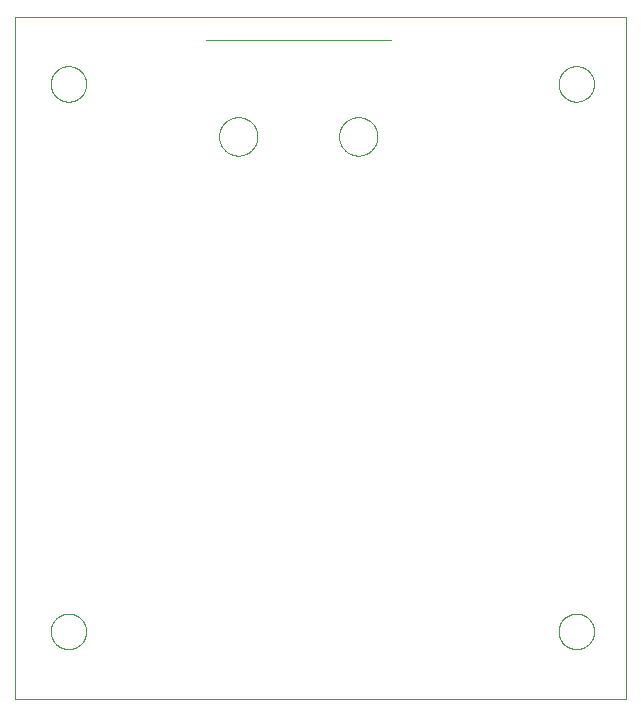
<source format=gtp>
G75*
%MOIN*%
%OFA0B0*%
%FSLAX25Y25*%
%IPPOS*%
%LPD*%
%AMOC8*
5,1,8,0,0,1.08239X$1,22.5*
%
%ADD10C,0.00000*%
%ADD11C,0.00039*%
D10*
X0001800Y0001800D02*
X0001800Y0229261D01*
X0205501Y0229261D01*
X0205501Y0001800D01*
X0001800Y0001800D01*
X0013611Y0024300D02*
X0013613Y0024453D01*
X0013619Y0024607D01*
X0013629Y0024760D01*
X0013643Y0024912D01*
X0013661Y0025065D01*
X0013683Y0025216D01*
X0013708Y0025367D01*
X0013738Y0025518D01*
X0013772Y0025668D01*
X0013809Y0025816D01*
X0013850Y0025964D01*
X0013895Y0026110D01*
X0013944Y0026256D01*
X0013997Y0026400D01*
X0014053Y0026542D01*
X0014113Y0026683D01*
X0014177Y0026823D01*
X0014244Y0026961D01*
X0014315Y0027097D01*
X0014390Y0027231D01*
X0014467Y0027363D01*
X0014549Y0027493D01*
X0014633Y0027621D01*
X0014721Y0027747D01*
X0014812Y0027870D01*
X0014906Y0027991D01*
X0015004Y0028109D01*
X0015104Y0028225D01*
X0015208Y0028338D01*
X0015314Y0028449D01*
X0015423Y0028557D01*
X0015535Y0028662D01*
X0015649Y0028763D01*
X0015767Y0028862D01*
X0015886Y0028958D01*
X0016008Y0029051D01*
X0016133Y0029140D01*
X0016260Y0029227D01*
X0016389Y0029309D01*
X0016520Y0029389D01*
X0016653Y0029465D01*
X0016788Y0029538D01*
X0016925Y0029607D01*
X0017064Y0029672D01*
X0017204Y0029734D01*
X0017346Y0029792D01*
X0017489Y0029847D01*
X0017634Y0029898D01*
X0017780Y0029945D01*
X0017927Y0029988D01*
X0018075Y0030027D01*
X0018224Y0030063D01*
X0018374Y0030094D01*
X0018525Y0030122D01*
X0018676Y0030146D01*
X0018829Y0030166D01*
X0018981Y0030182D01*
X0019134Y0030194D01*
X0019287Y0030202D01*
X0019440Y0030206D01*
X0019594Y0030206D01*
X0019747Y0030202D01*
X0019900Y0030194D01*
X0020053Y0030182D01*
X0020205Y0030166D01*
X0020358Y0030146D01*
X0020509Y0030122D01*
X0020660Y0030094D01*
X0020810Y0030063D01*
X0020959Y0030027D01*
X0021107Y0029988D01*
X0021254Y0029945D01*
X0021400Y0029898D01*
X0021545Y0029847D01*
X0021688Y0029792D01*
X0021830Y0029734D01*
X0021970Y0029672D01*
X0022109Y0029607D01*
X0022246Y0029538D01*
X0022381Y0029465D01*
X0022514Y0029389D01*
X0022645Y0029309D01*
X0022774Y0029227D01*
X0022901Y0029140D01*
X0023026Y0029051D01*
X0023148Y0028958D01*
X0023267Y0028862D01*
X0023385Y0028763D01*
X0023499Y0028662D01*
X0023611Y0028557D01*
X0023720Y0028449D01*
X0023826Y0028338D01*
X0023930Y0028225D01*
X0024030Y0028109D01*
X0024128Y0027991D01*
X0024222Y0027870D01*
X0024313Y0027747D01*
X0024401Y0027621D01*
X0024485Y0027493D01*
X0024567Y0027363D01*
X0024644Y0027231D01*
X0024719Y0027097D01*
X0024790Y0026961D01*
X0024857Y0026823D01*
X0024921Y0026683D01*
X0024981Y0026542D01*
X0025037Y0026400D01*
X0025090Y0026256D01*
X0025139Y0026110D01*
X0025184Y0025964D01*
X0025225Y0025816D01*
X0025262Y0025668D01*
X0025296Y0025518D01*
X0025326Y0025367D01*
X0025351Y0025216D01*
X0025373Y0025065D01*
X0025391Y0024912D01*
X0025405Y0024760D01*
X0025415Y0024607D01*
X0025421Y0024453D01*
X0025423Y0024300D01*
X0025421Y0024147D01*
X0025415Y0023993D01*
X0025405Y0023840D01*
X0025391Y0023688D01*
X0025373Y0023535D01*
X0025351Y0023384D01*
X0025326Y0023233D01*
X0025296Y0023082D01*
X0025262Y0022932D01*
X0025225Y0022784D01*
X0025184Y0022636D01*
X0025139Y0022490D01*
X0025090Y0022344D01*
X0025037Y0022200D01*
X0024981Y0022058D01*
X0024921Y0021917D01*
X0024857Y0021777D01*
X0024790Y0021639D01*
X0024719Y0021503D01*
X0024644Y0021369D01*
X0024567Y0021237D01*
X0024485Y0021107D01*
X0024401Y0020979D01*
X0024313Y0020853D01*
X0024222Y0020730D01*
X0024128Y0020609D01*
X0024030Y0020491D01*
X0023930Y0020375D01*
X0023826Y0020262D01*
X0023720Y0020151D01*
X0023611Y0020043D01*
X0023499Y0019938D01*
X0023385Y0019837D01*
X0023267Y0019738D01*
X0023148Y0019642D01*
X0023026Y0019549D01*
X0022901Y0019460D01*
X0022774Y0019373D01*
X0022645Y0019291D01*
X0022514Y0019211D01*
X0022381Y0019135D01*
X0022246Y0019062D01*
X0022109Y0018993D01*
X0021970Y0018928D01*
X0021830Y0018866D01*
X0021688Y0018808D01*
X0021545Y0018753D01*
X0021400Y0018702D01*
X0021254Y0018655D01*
X0021107Y0018612D01*
X0020959Y0018573D01*
X0020810Y0018537D01*
X0020660Y0018506D01*
X0020509Y0018478D01*
X0020358Y0018454D01*
X0020205Y0018434D01*
X0020053Y0018418D01*
X0019900Y0018406D01*
X0019747Y0018398D01*
X0019594Y0018394D01*
X0019440Y0018394D01*
X0019287Y0018398D01*
X0019134Y0018406D01*
X0018981Y0018418D01*
X0018829Y0018434D01*
X0018676Y0018454D01*
X0018525Y0018478D01*
X0018374Y0018506D01*
X0018224Y0018537D01*
X0018075Y0018573D01*
X0017927Y0018612D01*
X0017780Y0018655D01*
X0017634Y0018702D01*
X0017489Y0018753D01*
X0017346Y0018808D01*
X0017204Y0018866D01*
X0017064Y0018928D01*
X0016925Y0018993D01*
X0016788Y0019062D01*
X0016653Y0019135D01*
X0016520Y0019211D01*
X0016389Y0019291D01*
X0016260Y0019373D01*
X0016133Y0019460D01*
X0016008Y0019549D01*
X0015886Y0019642D01*
X0015767Y0019738D01*
X0015649Y0019837D01*
X0015535Y0019938D01*
X0015423Y0020043D01*
X0015314Y0020151D01*
X0015208Y0020262D01*
X0015104Y0020375D01*
X0015004Y0020491D01*
X0014906Y0020609D01*
X0014812Y0020730D01*
X0014721Y0020853D01*
X0014633Y0020979D01*
X0014549Y0021107D01*
X0014467Y0021237D01*
X0014390Y0021369D01*
X0014315Y0021503D01*
X0014244Y0021639D01*
X0014177Y0021777D01*
X0014113Y0021917D01*
X0014053Y0022058D01*
X0013997Y0022200D01*
X0013944Y0022344D01*
X0013895Y0022490D01*
X0013850Y0022636D01*
X0013809Y0022784D01*
X0013772Y0022932D01*
X0013738Y0023082D01*
X0013708Y0023233D01*
X0013683Y0023384D01*
X0013661Y0023535D01*
X0013643Y0023688D01*
X0013629Y0023840D01*
X0013619Y0023993D01*
X0013613Y0024147D01*
X0013611Y0024300D01*
X0069731Y0189300D02*
X0069733Y0189460D01*
X0069739Y0189619D01*
X0069749Y0189778D01*
X0069763Y0189937D01*
X0069781Y0190096D01*
X0069802Y0190254D01*
X0069828Y0190411D01*
X0069858Y0190568D01*
X0069891Y0190724D01*
X0069929Y0190879D01*
X0069970Y0191033D01*
X0070015Y0191186D01*
X0070064Y0191338D01*
X0070117Y0191489D01*
X0070173Y0191638D01*
X0070234Y0191786D01*
X0070297Y0191932D01*
X0070365Y0192077D01*
X0070436Y0192220D01*
X0070510Y0192361D01*
X0070588Y0192500D01*
X0070670Y0192637D01*
X0070755Y0192772D01*
X0070843Y0192905D01*
X0070935Y0193036D01*
X0071029Y0193164D01*
X0071127Y0193290D01*
X0071228Y0193414D01*
X0071332Y0193535D01*
X0071439Y0193653D01*
X0071549Y0193769D01*
X0071662Y0193882D01*
X0071778Y0193992D01*
X0071896Y0194099D01*
X0072017Y0194203D01*
X0072141Y0194304D01*
X0072267Y0194402D01*
X0072395Y0194496D01*
X0072526Y0194588D01*
X0072659Y0194676D01*
X0072794Y0194761D01*
X0072931Y0194843D01*
X0073070Y0194921D01*
X0073211Y0194995D01*
X0073354Y0195066D01*
X0073499Y0195134D01*
X0073645Y0195197D01*
X0073793Y0195258D01*
X0073942Y0195314D01*
X0074093Y0195367D01*
X0074245Y0195416D01*
X0074398Y0195461D01*
X0074552Y0195502D01*
X0074707Y0195540D01*
X0074863Y0195573D01*
X0075020Y0195603D01*
X0075177Y0195629D01*
X0075335Y0195650D01*
X0075494Y0195668D01*
X0075653Y0195682D01*
X0075812Y0195692D01*
X0075971Y0195698D01*
X0076131Y0195700D01*
X0076291Y0195698D01*
X0076450Y0195692D01*
X0076609Y0195682D01*
X0076768Y0195668D01*
X0076927Y0195650D01*
X0077085Y0195629D01*
X0077242Y0195603D01*
X0077399Y0195573D01*
X0077555Y0195540D01*
X0077710Y0195502D01*
X0077864Y0195461D01*
X0078017Y0195416D01*
X0078169Y0195367D01*
X0078320Y0195314D01*
X0078469Y0195258D01*
X0078617Y0195197D01*
X0078763Y0195134D01*
X0078908Y0195066D01*
X0079051Y0194995D01*
X0079192Y0194921D01*
X0079331Y0194843D01*
X0079468Y0194761D01*
X0079603Y0194676D01*
X0079736Y0194588D01*
X0079867Y0194496D01*
X0079995Y0194402D01*
X0080121Y0194304D01*
X0080245Y0194203D01*
X0080366Y0194099D01*
X0080484Y0193992D01*
X0080600Y0193882D01*
X0080713Y0193769D01*
X0080823Y0193653D01*
X0080930Y0193535D01*
X0081034Y0193414D01*
X0081135Y0193290D01*
X0081233Y0193164D01*
X0081327Y0193036D01*
X0081419Y0192905D01*
X0081507Y0192772D01*
X0081592Y0192637D01*
X0081674Y0192500D01*
X0081752Y0192361D01*
X0081826Y0192220D01*
X0081897Y0192077D01*
X0081965Y0191932D01*
X0082028Y0191786D01*
X0082089Y0191638D01*
X0082145Y0191489D01*
X0082198Y0191338D01*
X0082247Y0191186D01*
X0082292Y0191033D01*
X0082333Y0190879D01*
X0082371Y0190724D01*
X0082404Y0190568D01*
X0082434Y0190411D01*
X0082460Y0190254D01*
X0082481Y0190096D01*
X0082499Y0189937D01*
X0082513Y0189778D01*
X0082523Y0189619D01*
X0082529Y0189460D01*
X0082531Y0189300D01*
X0082529Y0189140D01*
X0082523Y0188981D01*
X0082513Y0188822D01*
X0082499Y0188663D01*
X0082481Y0188504D01*
X0082460Y0188346D01*
X0082434Y0188189D01*
X0082404Y0188032D01*
X0082371Y0187876D01*
X0082333Y0187721D01*
X0082292Y0187567D01*
X0082247Y0187414D01*
X0082198Y0187262D01*
X0082145Y0187111D01*
X0082089Y0186962D01*
X0082028Y0186814D01*
X0081965Y0186668D01*
X0081897Y0186523D01*
X0081826Y0186380D01*
X0081752Y0186239D01*
X0081674Y0186100D01*
X0081592Y0185963D01*
X0081507Y0185828D01*
X0081419Y0185695D01*
X0081327Y0185564D01*
X0081233Y0185436D01*
X0081135Y0185310D01*
X0081034Y0185186D01*
X0080930Y0185065D01*
X0080823Y0184947D01*
X0080713Y0184831D01*
X0080600Y0184718D01*
X0080484Y0184608D01*
X0080366Y0184501D01*
X0080245Y0184397D01*
X0080121Y0184296D01*
X0079995Y0184198D01*
X0079867Y0184104D01*
X0079736Y0184012D01*
X0079603Y0183924D01*
X0079468Y0183839D01*
X0079331Y0183757D01*
X0079192Y0183679D01*
X0079051Y0183605D01*
X0078908Y0183534D01*
X0078763Y0183466D01*
X0078617Y0183403D01*
X0078469Y0183342D01*
X0078320Y0183286D01*
X0078169Y0183233D01*
X0078017Y0183184D01*
X0077864Y0183139D01*
X0077710Y0183098D01*
X0077555Y0183060D01*
X0077399Y0183027D01*
X0077242Y0182997D01*
X0077085Y0182971D01*
X0076927Y0182950D01*
X0076768Y0182932D01*
X0076609Y0182918D01*
X0076450Y0182908D01*
X0076291Y0182902D01*
X0076131Y0182900D01*
X0075971Y0182902D01*
X0075812Y0182908D01*
X0075653Y0182918D01*
X0075494Y0182932D01*
X0075335Y0182950D01*
X0075177Y0182971D01*
X0075020Y0182997D01*
X0074863Y0183027D01*
X0074707Y0183060D01*
X0074552Y0183098D01*
X0074398Y0183139D01*
X0074245Y0183184D01*
X0074093Y0183233D01*
X0073942Y0183286D01*
X0073793Y0183342D01*
X0073645Y0183403D01*
X0073499Y0183466D01*
X0073354Y0183534D01*
X0073211Y0183605D01*
X0073070Y0183679D01*
X0072931Y0183757D01*
X0072794Y0183839D01*
X0072659Y0183924D01*
X0072526Y0184012D01*
X0072395Y0184104D01*
X0072267Y0184198D01*
X0072141Y0184296D01*
X0072017Y0184397D01*
X0071896Y0184501D01*
X0071778Y0184608D01*
X0071662Y0184718D01*
X0071549Y0184831D01*
X0071439Y0184947D01*
X0071332Y0185065D01*
X0071228Y0185186D01*
X0071127Y0185310D01*
X0071029Y0185436D01*
X0070935Y0185564D01*
X0070843Y0185695D01*
X0070755Y0185828D01*
X0070670Y0185963D01*
X0070588Y0186100D01*
X0070510Y0186239D01*
X0070436Y0186380D01*
X0070365Y0186523D01*
X0070297Y0186668D01*
X0070234Y0186814D01*
X0070173Y0186962D01*
X0070117Y0187111D01*
X0070064Y0187262D01*
X0070015Y0187414D01*
X0069970Y0187567D01*
X0069929Y0187721D01*
X0069891Y0187876D01*
X0069858Y0188032D01*
X0069828Y0188189D01*
X0069802Y0188346D01*
X0069781Y0188504D01*
X0069763Y0188663D01*
X0069749Y0188822D01*
X0069739Y0188981D01*
X0069733Y0189140D01*
X0069731Y0189300D01*
X0109731Y0189300D02*
X0109733Y0189460D01*
X0109739Y0189619D01*
X0109749Y0189778D01*
X0109763Y0189937D01*
X0109781Y0190096D01*
X0109802Y0190254D01*
X0109828Y0190411D01*
X0109858Y0190568D01*
X0109891Y0190724D01*
X0109929Y0190879D01*
X0109970Y0191033D01*
X0110015Y0191186D01*
X0110064Y0191338D01*
X0110117Y0191489D01*
X0110173Y0191638D01*
X0110234Y0191786D01*
X0110297Y0191932D01*
X0110365Y0192077D01*
X0110436Y0192220D01*
X0110510Y0192361D01*
X0110588Y0192500D01*
X0110670Y0192637D01*
X0110755Y0192772D01*
X0110843Y0192905D01*
X0110935Y0193036D01*
X0111029Y0193164D01*
X0111127Y0193290D01*
X0111228Y0193414D01*
X0111332Y0193535D01*
X0111439Y0193653D01*
X0111549Y0193769D01*
X0111662Y0193882D01*
X0111778Y0193992D01*
X0111896Y0194099D01*
X0112017Y0194203D01*
X0112141Y0194304D01*
X0112267Y0194402D01*
X0112395Y0194496D01*
X0112526Y0194588D01*
X0112659Y0194676D01*
X0112794Y0194761D01*
X0112931Y0194843D01*
X0113070Y0194921D01*
X0113211Y0194995D01*
X0113354Y0195066D01*
X0113499Y0195134D01*
X0113645Y0195197D01*
X0113793Y0195258D01*
X0113942Y0195314D01*
X0114093Y0195367D01*
X0114245Y0195416D01*
X0114398Y0195461D01*
X0114552Y0195502D01*
X0114707Y0195540D01*
X0114863Y0195573D01*
X0115020Y0195603D01*
X0115177Y0195629D01*
X0115335Y0195650D01*
X0115494Y0195668D01*
X0115653Y0195682D01*
X0115812Y0195692D01*
X0115971Y0195698D01*
X0116131Y0195700D01*
X0116291Y0195698D01*
X0116450Y0195692D01*
X0116609Y0195682D01*
X0116768Y0195668D01*
X0116927Y0195650D01*
X0117085Y0195629D01*
X0117242Y0195603D01*
X0117399Y0195573D01*
X0117555Y0195540D01*
X0117710Y0195502D01*
X0117864Y0195461D01*
X0118017Y0195416D01*
X0118169Y0195367D01*
X0118320Y0195314D01*
X0118469Y0195258D01*
X0118617Y0195197D01*
X0118763Y0195134D01*
X0118908Y0195066D01*
X0119051Y0194995D01*
X0119192Y0194921D01*
X0119331Y0194843D01*
X0119468Y0194761D01*
X0119603Y0194676D01*
X0119736Y0194588D01*
X0119867Y0194496D01*
X0119995Y0194402D01*
X0120121Y0194304D01*
X0120245Y0194203D01*
X0120366Y0194099D01*
X0120484Y0193992D01*
X0120600Y0193882D01*
X0120713Y0193769D01*
X0120823Y0193653D01*
X0120930Y0193535D01*
X0121034Y0193414D01*
X0121135Y0193290D01*
X0121233Y0193164D01*
X0121327Y0193036D01*
X0121419Y0192905D01*
X0121507Y0192772D01*
X0121592Y0192637D01*
X0121674Y0192500D01*
X0121752Y0192361D01*
X0121826Y0192220D01*
X0121897Y0192077D01*
X0121965Y0191932D01*
X0122028Y0191786D01*
X0122089Y0191638D01*
X0122145Y0191489D01*
X0122198Y0191338D01*
X0122247Y0191186D01*
X0122292Y0191033D01*
X0122333Y0190879D01*
X0122371Y0190724D01*
X0122404Y0190568D01*
X0122434Y0190411D01*
X0122460Y0190254D01*
X0122481Y0190096D01*
X0122499Y0189937D01*
X0122513Y0189778D01*
X0122523Y0189619D01*
X0122529Y0189460D01*
X0122531Y0189300D01*
X0122529Y0189140D01*
X0122523Y0188981D01*
X0122513Y0188822D01*
X0122499Y0188663D01*
X0122481Y0188504D01*
X0122460Y0188346D01*
X0122434Y0188189D01*
X0122404Y0188032D01*
X0122371Y0187876D01*
X0122333Y0187721D01*
X0122292Y0187567D01*
X0122247Y0187414D01*
X0122198Y0187262D01*
X0122145Y0187111D01*
X0122089Y0186962D01*
X0122028Y0186814D01*
X0121965Y0186668D01*
X0121897Y0186523D01*
X0121826Y0186380D01*
X0121752Y0186239D01*
X0121674Y0186100D01*
X0121592Y0185963D01*
X0121507Y0185828D01*
X0121419Y0185695D01*
X0121327Y0185564D01*
X0121233Y0185436D01*
X0121135Y0185310D01*
X0121034Y0185186D01*
X0120930Y0185065D01*
X0120823Y0184947D01*
X0120713Y0184831D01*
X0120600Y0184718D01*
X0120484Y0184608D01*
X0120366Y0184501D01*
X0120245Y0184397D01*
X0120121Y0184296D01*
X0119995Y0184198D01*
X0119867Y0184104D01*
X0119736Y0184012D01*
X0119603Y0183924D01*
X0119468Y0183839D01*
X0119331Y0183757D01*
X0119192Y0183679D01*
X0119051Y0183605D01*
X0118908Y0183534D01*
X0118763Y0183466D01*
X0118617Y0183403D01*
X0118469Y0183342D01*
X0118320Y0183286D01*
X0118169Y0183233D01*
X0118017Y0183184D01*
X0117864Y0183139D01*
X0117710Y0183098D01*
X0117555Y0183060D01*
X0117399Y0183027D01*
X0117242Y0182997D01*
X0117085Y0182971D01*
X0116927Y0182950D01*
X0116768Y0182932D01*
X0116609Y0182918D01*
X0116450Y0182908D01*
X0116291Y0182902D01*
X0116131Y0182900D01*
X0115971Y0182902D01*
X0115812Y0182908D01*
X0115653Y0182918D01*
X0115494Y0182932D01*
X0115335Y0182950D01*
X0115177Y0182971D01*
X0115020Y0182997D01*
X0114863Y0183027D01*
X0114707Y0183060D01*
X0114552Y0183098D01*
X0114398Y0183139D01*
X0114245Y0183184D01*
X0114093Y0183233D01*
X0113942Y0183286D01*
X0113793Y0183342D01*
X0113645Y0183403D01*
X0113499Y0183466D01*
X0113354Y0183534D01*
X0113211Y0183605D01*
X0113070Y0183679D01*
X0112931Y0183757D01*
X0112794Y0183839D01*
X0112659Y0183924D01*
X0112526Y0184012D01*
X0112395Y0184104D01*
X0112267Y0184198D01*
X0112141Y0184296D01*
X0112017Y0184397D01*
X0111896Y0184501D01*
X0111778Y0184608D01*
X0111662Y0184718D01*
X0111549Y0184831D01*
X0111439Y0184947D01*
X0111332Y0185065D01*
X0111228Y0185186D01*
X0111127Y0185310D01*
X0111029Y0185436D01*
X0110935Y0185564D01*
X0110843Y0185695D01*
X0110755Y0185828D01*
X0110670Y0185963D01*
X0110588Y0186100D01*
X0110510Y0186239D01*
X0110436Y0186380D01*
X0110365Y0186523D01*
X0110297Y0186668D01*
X0110234Y0186814D01*
X0110173Y0186962D01*
X0110117Y0187111D01*
X0110064Y0187262D01*
X0110015Y0187414D01*
X0109970Y0187567D01*
X0109929Y0187721D01*
X0109891Y0187876D01*
X0109858Y0188032D01*
X0109828Y0188189D01*
X0109802Y0188346D01*
X0109781Y0188504D01*
X0109763Y0188663D01*
X0109749Y0188822D01*
X0109739Y0188981D01*
X0109733Y0189140D01*
X0109731Y0189300D01*
X0182902Y0206800D02*
X0182904Y0206953D01*
X0182910Y0207107D01*
X0182920Y0207260D01*
X0182934Y0207412D01*
X0182952Y0207565D01*
X0182974Y0207716D01*
X0182999Y0207867D01*
X0183029Y0208018D01*
X0183063Y0208168D01*
X0183100Y0208316D01*
X0183141Y0208464D01*
X0183186Y0208610D01*
X0183235Y0208756D01*
X0183288Y0208900D01*
X0183344Y0209042D01*
X0183404Y0209183D01*
X0183468Y0209323D01*
X0183535Y0209461D01*
X0183606Y0209597D01*
X0183681Y0209731D01*
X0183758Y0209863D01*
X0183840Y0209993D01*
X0183924Y0210121D01*
X0184012Y0210247D01*
X0184103Y0210370D01*
X0184197Y0210491D01*
X0184295Y0210609D01*
X0184395Y0210725D01*
X0184499Y0210838D01*
X0184605Y0210949D01*
X0184714Y0211057D01*
X0184826Y0211162D01*
X0184940Y0211263D01*
X0185058Y0211362D01*
X0185177Y0211458D01*
X0185299Y0211551D01*
X0185424Y0211640D01*
X0185551Y0211727D01*
X0185680Y0211809D01*
X0185811Y0211889D01*
X0185944Y0211965D01*
X0186079Y0212038D01*
X0186216Y0212107D01*
X0186355Y0212172D01*
X0186495Y0212234D01*
X0186637Y0212292D01*
X0186780Y0212347D01*
X0186925Y0212398D01*
X0187071Y0212445D01*
X0187218Y0212488D01*
X0187366Y0212527D01*
X0187515Y0212563D01*
X0187665Y0212594D01*
X0187816Y0212622D01*
X0187967Y0212646D01*
X0188120Y0212666D01*
X0188272Y0212682D01*
X0188425Y0212694D01*
X0188578Y0212702D01*
X0188731Y0212706D01*
X0188885Y0212706D01*
X0189038Y0212702D01*
X0189191Y0212694D01*
X0189344Y0212682D01*
X0189496Y0212666D01*
X0189649Y0212646D01*
X0189800Y0212622D01*
X0189951Y0212594D01*
X0190101Y0212563D01*
X0190250Y0212527D01*
X0190398Y0212488D01*
X0190545Y0212445D01*
X0190691Y0212398D01*
X0190836Y0212347D01*
X0190979Y0212292D01*
X0191121Y0212234D01*
X0191261Y0212172D01*
X0191400Y0212107D01*
X0191537Y0212038D01*
X0191672Y0211965D01*
X0191805Y0211889D01*
X0191936Y0211809D01*
X0192065Y0211727D01*
X0192192Y0211640D01*
X0192317Y0211551D01*
X0192439Y0211458D01*
X0192558Y0211362D01*
X0192676Y0211263D01*
X0192790Y0211162D01*
X0192902Y0211057D01*
X0193011Y0210949D01*
X0193117Y0210838D01*
X0193221Y0210725D01*
X0193321Y0210609D01*
X0193419Y0210491D01*
X0193513Y0210370D01*
X0193604Y0210247D01*
X0193692Y0210121D01*
X0193776Y0209993D01*
X0193858Y0209863D01*
X0193935Y0209731D01*
X0194010Y0209597D01*
X0194081Y0209461D01*
X0194148Y0209323D01*
X0194212Y0209183D01*
X0194272Y0209042D01*
X0194328Y0208900D01*
X0194381Y0208756D01*
X0194430Y0208610D01*
X0194475Y0208464D01*
X0194516Y0208316D01*
X0194553Y0208168D01*
X0194587Y0208018D01*
X0194617Y0207867D01*
X0194642Y0207716D01*
X0194664Y0207565D01*
X0194682Y0207412D01*
X0194696Y0207260D01*
X0194706Y0207107D01*
X0194712Y0206953D01*
X0194714Y0206800D01*
X0194712Y0206647D01*
X0194706Y0206493D01*
X0194696Y0206340D01*
X0194682Y0206188D01*
X0194664Y0206035D01*
X0194642Y0205884D01*
X0194617Y0205733D01*
X0194587Y0205582D01*
X0194553Y0205432D01*
X0194516Y0205284D01*
X0194475Y0205136D01*
X0194430Y0204990D01*
X0194381Y0204844D01*
X0194328Y0204700D01*
X0194272Y0204558D01*
X0194212Y0204417D01*
X0194148Y0204277D01*
X0194081Y0204139D01*
X0194010Y0204003D01*
X0193935Y0203869D01*
X0193858Y0203737D01*
X0193776Y0203607D01*
X0193692Y0203479D01*
X0193604Y0203353D01*
X0193513Y0203230D01*
X0193419Y0203109D01*
X0193321Y0202991D01*
X0193221Y0202875D01*
X0193117Y0202762D01*
X0193011Y0202651D01*
X0192902Y0202543D01*
X0192790Y0202438D01*
X0192676Y0202337D01*
X0192558Y0202238D01*
X0192439Y0202142D01*
X0192317Y0202049D01*
X0192192Y0201960D01*
X0192065Y0201873D01*
X0191936Y0201791D01*
X0191805Y0201711D01*
X0191672Y0201635D01*
X0191537Y0201562D01*
X0191400Y0201493D01*
X0191261Y0201428D01*
X0191121Y0201366D01*
X0190979Y0201308D01*
X0190836Y0201253D01*
X0190691Y0201202D01*
X0190545Y0201155D01*
X0190398Y0201112D01*
X0190250Y0201073D01*
X0190101Y0201037D01*
X0189951Y0201006D01*
X0189800Y0200978D01*
X0189649Y0200954D01*
X0189496Y0200934D01*
X0189344Y0200918D01*
X0189191Y0200906D01*
X0189038Y0200898D01*
X0188885Y0200894D01*
X0188731Y0200894D01*
X0188578Y0200898D01*
X0188425Y0200906D01*
X0188272Y0200918D01*
X0188120Y0200934D01*
X0187967Y0200954D01*
X0187816Y0200978D01*
X0187665Y0201006D01*
X0187515Y0201037D01*
X0187366Y0201073D01*
X0187218Y0201112D01*
X0187071Y0201155D01*
X0186925Y0201202D01*
X0186780Y0201253D01*
X0186637Y0201308D01*
X0186495Y0201366D01*
X0186355Y0201428D01*
X0186216Y0201493D01*
X0186079Y0201562D01*
X0185944Y0201635D01*
X0185811Y0201711D01*
X0185680Y0201791D01*
X0185551Y0201873D01*
X0185424Y0201960D01*
X0185299Y0202049D01*
X0185177Y0202142D01*
X0185058Y0202238D01*
X0184940Y0202337D01*
X0184826Y0202438D01*
X0184714Y0202543D01*
X0184605Y0202651D01*
X0184499Y0202762D01*
X0184395Y0202875D01*
X0184295Y0202991D01*
X0184197Y0203109D01*
X0184103Y0203230D01*
X0184012Y0203353D01*
X0183924Y0203479D01*
X0183840Y0203607D01*
X0183758Y0203737D01*
X0183681Y0203869D01*
X0183606Y0204003D01*
X0183535Y0204139D01*
X0183468Y0204277D01*
X0183404Y0204417D01*
X0183344Y0204558D01*
X0183288Y0204700D01*
X0183235Y0204844D01*
X0183186Y0204990D01*
X0183141Y0205136D01*
X0183100Y0205284D01*
X0183063Y0205432D01*
X0183029Y0205582D01*
X0182999Y0205733D01*
X0182974Y0205884D01*
X0182952Y0206035D01*
X0182934Y0206188D01*
X0182920Y0206340D01*
X0182910Y0206493D01*
X0182904Y0206647D01*
X0182902Y0206800D01*
X0013611Y0206800D02*
X0013613Y0206953D01*
X0013619Y0207107D01*
X0013629Y0207260D01*
X0013643Y0207412D01*
X0013661Y0207565D01*
X0013683Y0207716D01*
X0013708Y0207867D01*
X0013738Y0208018D01*
X0013772Y0208168D01*
X0013809Y0208316D01*
X0013850Y0208464D01*
X0013895Y0208610D01*
X0013944Y0208756D01*
X0013997Y0208900D01*
X0014053Y0209042D01*
X0014113Y0209183D01*
X0014177Y0209323D01*
X0014244Y0209461D01*
X0014315Y0209597D01*
X0014390Y0209731D01*
X0014467Y0209863D01*
X0014549Y0209993D01*
X0014633Y0210121D01*
X0014721Y0210247D01*
X0014812Y0210370D01*
X0014906Y0210491D01*
X0015004Y0210609D01*
X0015104Y0210725D01*
X0015208Y0210838D01*
X0015314Y0210949D01*
X0015423Y0211057D01*
X0015535Y0211162D01*
X0015649Y0211263D01*
X0015767Y0211362D01*
X0015886Y0211458D01*
X0016008Y0211551D01*
X0016133Y0211640D01*
X0016260Y0211727D01*
X0016389Y0211809D01*
X0016520Y0211889D01*
X0016653Y0211965D01*
X0016788Y0212038D01*
X0016925Y0212107D01*
X0017064Y0212172D01*
X0017204Y0212234D01*
X0017346Y0212292D01*
X0017489Y0212347D01*
X0017634Y0212398D01*
X0017780Y0212445D01*
X0017927Y0212488D01*
X0018075Y0212527D01*
X0018224Y0212563D01*
X0018374Y0212594D01*
X0018525Y0212622D01*
X0018676Y0212646D01*
X0018829Y0212666D01*
X0018981Y0212682D01*
X0019134Y0212694D01*
X0019287Y0212702D01*
X0019440Y0212706D01*
X0019594Y0212706D01*
X0019747Y0212702D01*
X0019900Y0212694D01*
X0020053Y0212682D01*
X0020205Y0212666D01*
X0020358Y0212646D01*
X0020509Y0212622D01*
X0020660Y0212594D01*
X0020810Y0212563D01*
X0020959Y0212527D01*
X0021107Y0212488D01*
X0021254Y0212445D01*
X0021400Y0212398D01*
X0021545Y0212347D01*
X0021688Y0212292D01*
X0021830Y0212234D01*
X0021970Y0212172D01*
X0022109Y0212107D01*
X0022246Y0212038D01*
X0022381Y0211965D01*
X0022514Y0211889D01*
X0022645Y0211809D01*
X0022774Y0211727D01*
X0022901Y0211640D01*
X0023026Y0211551D01*
X0023148Y0211458D01*
X0023267Y0211362D01*
X0023385Y0211263D01*
X0023499Y0211162D01*
X0023611Y0211057D01*
X0023720Y0210949D01*
X0023826Y0210838D01*
X0023930Y0210725D01*
X0024030Y0210609D01*
X0024128Y0210491D01*
X0024222Y0210370D01*
X0024313Y0210247D01*
X0024401Y0210121D01*
X0024485Y0209993D01*
X0024567Y0209863D01*
X0024644Y0209731D01*
X0024719Y0209597D01*
X0024790Y0209461D01*
X0024857Y0209323D01*
X0024921Y0209183D01*
X0024981Y0209042D01*
X0025037Y0208900D01*
X0025090Y0208756D01*
X0025139Y0208610D01*
X0025184Y0208464D01*
X0025225Y0208316D01*
X0025262Y0208168D01*
X0025296Y0208018D01*
X0025326Y0207867D01*
X0025351Y0207716D01*
X0025373Y0207565D01*
X0025391Y0207412D01*
X0025405Y0207260D01*
X0025415Y0207107D01*
X0025421Y0206953D01*
X0025423Y0206800D01*
X0025421Y0206647D01*
X0025415Y0206493D01*
X0025405Y0206340D01*
X0025391Y0206188D01*
X0025373Y0206035D01*
X0025351Y0205884D01*
X0025326Y0205733D01*
X0025296Y0205582D01*
X0025262Y0205432D01*
X0025225Y0205284D01*
X0025184Y0205136D01*
X0025139Y0204990D01*
X0025090Y0204844D01*
X0025037Y0204700D01*
X0024981Y0204558D01*
X0024921Y0204417D01*
X0024857Y0204277D01*
X0024790Y0204139D01*
X0024719Y0204003D01*
X0024644Y0203869D01*
X0024567Y0203737D01*
X0024485Y0203607D01*
X0024401Y0203479D01*
X0024313Y0203353D01*
X0024222Y0203230D01*
X0024128Y0203109D01*
X0024030Y0202991D01*
X0023930Y0202875D01*
X0023826Y0202762D01*
X0023720Y0202651D01*
X0023611Y0202543D01*
X0023499Y0202438D01*
X0023385Y0202337D01*
X0023267Y0202238D01*
X0023148Y0202142D01*
X0023026Y0202049D01*
X0022901Y0201960D01*
X0022774Y0201873D01*
X0022645Y0201791D01*
X0022514Y0201711D01*
X0022381Y0201635D01*
X0022246Y0201562D01*
X0022109Y0201493D01*
X0021970Y0201428D01*
X0021830Y0201366D01*
X0021688Y0201308D01*
X0021545Y0201253D01*
X0021400Y0201202D01*
X0021254Y0201155D01*
X0021107Y0201112D01*
X0020959Y0201073D01*
X0020810Y0201037D01*
X0020660Y0201006D01*
X0020509Y0200978D01*
X0020358Y0200954D01*
X0020205Y0200934D01*
X0020053Y0200918D01*
X0019900Y0200906D01*
X0019747Y0200898D01*
X0019594Y0200894D01*
X0019440Y0200894D01*
X0019287Y0200898D01*
X0019134Y0200906D01*
X0018981Y0200918D01*
X0018829Y0200934D01*
X0018676Y0200954D01*
X0018525Y0200978D01*
X0018374Y0201006D01*
X0018224Y0201037D01*
X0018075Y0201073D01*
X0017927Y0201112D01*
X0017780Y0201155D01*
X0017634Y0201202D01*
X0017489Y0201253D01*
X0017346Y0201308D01*
X0017204Y0201366D01*
X0017064Y0201428D01*
X0016925Y0201493D01*
X0016788Y0201562D01*
X0016653Y0201635D01*
X0016520Y0201711D01*
X0016389Y0201791D01*
X0016260Y0201873D01*
X0016133Y0201960D01*
X0016008Y0202049D01*
X0015886Y0202142D01*
X0015767Y0202238D01*
X0015649Y0202337D01*
X0015535Y0202438D01*
X0015423Y0202543D01*
X0015314Y0202651D01*
X0015208Y0202762D01*
X0015104Y0202875D01*
X0015004Y0202991D01*
X0014906Y0203109D01*
X0014812Y0203230D01*
X0014721Y0203353D01*
X0014633Y0203479D01*
X0014549Y0203607D01*
X0014467Y0203737D01*
X0014390Y0203869D01*
X0014315Y0204003D01*
X0014244Y0204139D01*
X0014177Y0204277D01*
X0014113Y0204417D01*
X0014053Y0204558D01*
X0013997Y0204700D01*
X0013944Y0204844D01*
X0013895Y0204990D01*
X0013850Y0205136D01*
X0013809Y0205284D01*
X0013772Y0205432D01*
X0013738Y0205582D01*
X0013708Y0205733D01*
X0013683Y0205884D01*
X0013661Y0206035D01*
X0013643Y0206188D01*
X0013629Y0206340D01*
X0013619Y0206493D01*
X0013613Y0206647D01*
X0013611Y0206800D01*
X0182902Y0024300D02*
X0182904Y0024453D01*
X0182910Y0024607D01*
X0182920Y0024760D01*
X0182934Y0024912D01*
X0182952Y0025065D01*
X0182974Y0025216D01*
X0182999Y0025367D01*
X0183029Y0025518D01*
X0183063Y0025668D01*
X0183100Y0025816D01*
X0183141Y0025964D01*
X0183186Y0026110D01*
X0183235Y0026256D01*
X0183288Y0026400D01*
X0183344Y0026542D01*
X0183404Y0026683D01*
X0183468Y0026823D01*
X0183535Y0026961D01*
X0183606Y0027097D01*
X0183681Y0027231D01*
X0183758Y0027363D01*
X0183840Y0027493D01*
X0183924Y0027621D01*
X0184012Y0027747D01*
X0184103Y0027870D01*
X0184197Y0027991D01*
X0184295Y0028109D01*
X0184395Y0028225D01*
X0184499Y0028338D01*
X0184605Y0028449D01*
X0184714Y0028557D01*
X0184826Y0028662D01*
X0184940Y0028763D01*
X0185058Y0028862D01*
X0185177Y0028958D01*
X0185299Y0029051D01*
X0185424Y0029140D01*
X0185551Y0029227D01*
X0185680Y0029309D01*
X0185811Y0029389D01*
X0185944Y0029465D01*
X0186079Y0029538D01*
X0186216Y0029607D01*
X0186355Y0029672D01*
X0186495Y0029734D01*
X0186637Y0029792D01*
X0186780Y0029847D01*
X0186925Y0029898D01*
X0187071Y0029945D01*
X0187218Y0029988D01*
X0187366Y0030027D01*
X0187515Y0030063D01*
X0187665Y0030094D01*
X0187816Y0030122D01*
X0187967Y0030146D01*
X0188120Y0030166D01*
X0188272Y0030182D01*
X0188425Y0030194D01*
X0188578Y0030202D01*
X0188731Y0030206D01*
X0188885Y0030206D01*
X0189038Y0030202D01*
X0189191Y0030194D01*
X0189344Y0030182D01*
X0189496Y0030166D01*
X0189649Y0030146D01*
X0189800Y0030122D01*
X0189951Y0030094D01*
X0190101Y0030063D01*
X0190250Y0030027D01*
X0190398Y0029988D01*
X0190545Y0029945D01*
X0190691Y0029898D01*
X0190836Y0029847D01*
X0190979Y0029792D01*
X0191121Y0029734D01*
X0191261Y0029672D01*
X0191400Y0029607D01*
X0191537Y0029538D01*
X0191672Y0029465D01*
X0191805Y0029389D01*
X0191936Y0029309D01*
X0192065Y0029227D01*
X0192192Y0029140D01*
X0192317Y0029051D01*
X0192439Y0028958D01*
X0192558Y0028862D01*
X0192676Y0028763D01*
X0192790Y0028662D01*
X0192902Y0028557D01*
X0193011Y0028449D01*
X0193117Y0028338D01*
X0193221Y0028225D01*
X0193321Y0028109D01*
X0193419Y0027991D01*
X0193513Y0027870D01*
X0193604Y0027747D01*
X0193692Y0027621D01*
X0193776Y0027493D01*
X0193858Y0027363D01*
X0193935Y0027231D01*
X0194010Y0027097D01*
X0194081Y0026961D01*
X0194148Y0026823D01*
X0194212Y0026683D01*
X0194272Y0026542D01*
X0194328Y0026400D01*
X0194381Y0026256D01*
X0194430Y0026110D01*
X0194475Y0025964D01*
X0194516Y0025816D01*
X0194553Y0025668D01*
X0194587Y0025518D01*
X0194617Y0025367D01*
X0194642Y0025216D01*
X0194664Y0025065D01*
X0194682Y0024912D01*
X0194696Y0024760D01*
X0194706Y0024607D01*
X0194712Y0024453D01*
X0194714Y0024300D01*
X0194712Y0024147D01*
X0194706Y0023993D01*
X0194696Y0023840D01*
X0194682Y0023688D01*
X0194664Y0023535D01*
X0194642Y0023384D01*
X0194617Y0023233D01*
X0194587Y0023082D01*
X0194553Y0022932D01*
X0194516Y0022784D01*
X0194475Y0022636D01*
X0194430Y0022490D01*
X0194381Y0022344D01*
X0194328Y0022200D01*
X0194272Y0022058D01*
X0194212Y0021917D01*
X0194148Y0021777D01*
X0194081Y0021639D01*
X0194010Y0021503D01*
X0193935Y0021369D01*
X0193858Y0021237D01*
X0193776Y0021107D01*
X0193692Y0020979D01*
X0193604Y0020853D01*
X0193513Y0020730D01*
X0193419Y0020609D01*
X0193321Y0020491D01*
X0193221Y0020375D01*
X0193117Y0020262D01*
X0193011Y0020151D01*
X0192902Y0020043D01*
X0192790Y0019938D01*
X0192676Y0019837D01*
X0192558Y0019738D01*
X0192439Y0019642D01*
X0192317Y0019549D01*
X0192192Y0019460D01*
X0192065Y0019373D01*
X0191936Y0019291D01*
X0191805Y0019211D01*
X0191672Y0019135D01*
X0191537Y0019062D01*
X0191400Y0018993D01*
X0191261Y0018928D01*
X0191121Y0018866D01*
X0190979Y0018808D01*
X0190836Y0018753D01*
X0190691Y0018702D01*
X0190545Y0018655D01*
X0190398Y0018612D01*
X0190250Y0018573D01*
X0190101Y0018537D01*
X0189951Y0018506D01*
X0189800Y0018478D01*
X0189649Y0018454D01*
X0189496Y0018434D01*
X0189344Y0018418D01*
X0189191Y0018406D01*
X0189038Y0018398D01*
X0188885Y0018394D01*
X0188731Y0018394D01*
X0188578Y0018398D01*
X0188425Y0018406D01*
X0188272Y0018418D01*
X0188120Y0018434D01*
X0187967Y0018454D01*
X0187816Y0018478D01*
X0187665Y0018506D01*
X0187515Y0018537D01*
X0187366Y0018573D01*
X0187218Y0018612D01*
X0187071Y0018655D01*
X0186925Y0018702D01*
X0186780Y0018753D01*
X0186637Y0018808D01*
X0186495Y0018866D01*
X0186355Y0018928D01*
X0186216Y0018993D01*
X0186079Y0019062D01*
X0185944Y0019135D01*
X0185811Y0019211D01*
X0185680Y0019291D01*
X0185551Y0019373D01*
X0185424Y0019460D01*
X0185299Y0019549D01*
X0185177Y0019642D01*
X0185058Y0019738D01*
X0184940Y0019837D01*
X0184826Y0019938D01*
X0184714Y0020043D01*
X0184605Y0020151D01*
X0184499Y0020262D01*
X0184395Y0020375D01*
X0184295Y0020491D01*
X0184197Y0020609D01*
X0184103Y0020730D01*
X0184012Y0020853D01*
X0183924Y0020979D01*
X0183840Y0021107D01*
X0183758Y0021237D01*
X0183681Y0021369D01*
X0183606Y0021503D01*
X0183535Y0021639D01*
X0183468Y0021777D01*
X0183404Y0021917D01*
X0183344Y0022058D01*
X0183288Y0022200D01*
X0183235Y0022344D01*
X0183186Y0022490D01*
X0183141Y0022636D01*
X0183100Y0022784D01*
X0183063Y0022932D01*
X0183029Y0023082D01*
X0182999Y0023233D01*
X0182974Y0023384D01*
X0182952Y0023535D01*
X0182934Y0023688D01*
X0182920Y0023840D01*
X0182910Y0023993D01*
X0182904Y0024147D01*
X0182902Y0024300D01*
D11*
X0126881Y0221505D02*
X0065381Y0221505D01*
M02*

</source>
